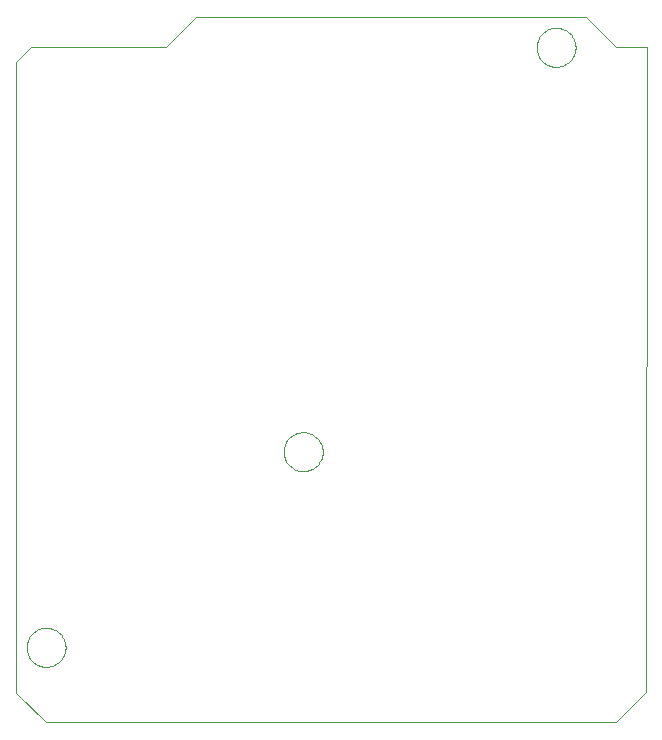
<source format=gtp>
G75*
G70*
%OFA0B0*%
%FSLAX24Y24*%
%IPPOS*%
%LPD*%
%AMOC8*
5,1,8,0,0,1.08239X$1,22.5*
%
%ADD10C,0.0000*%
D10*
X000500Y007222D02*
X001500Y006252D01*
X020500Y006252D01*
X021500Y007252D01*
X021520Y028748D01*
X020504Y028748D01*
X019500Y029752D01*
X006500Y029752D01*
X005500Y028752D01*
X001000Y028752D01*
X000490Y028248D01*
X000500Y007222D01*
X000850Y008752D02*
X000852Y008802D01*
X000858Y008852D01*
X000868Y008902D01*
X000881Y008950D01*
X000898Y008998D01*
X000919Y009044D01*
X000943Y009088D01*
X000971Y009130D01*
X001002Y009170D01*
X001036Y009207D01*
X001073Y009242D01*
X001112Y009273D01*
X001153Y009302D01*
X001197Y009327D01*
X001243Y009349D01*
X001290Y009367D01*
X001338Y009381D01*
X001387Y009392D01*
X001437Y009399D01*
X001487Y009402D01*
X001538Y009401D01*
X001588Y009396D01*
X001638Y009387D01*
X001686Y009375D01*
X001734Y009358D01*
X001780Y009338D01*
X001825Y009315D01*
X001868Y009288D01*
X001908Y009258D01*
X001946Y009225D01*
X001981Y009189D01*
X002014Y009150D01*
X002043Y009109D01*
X002069Y009066D01*
X002092Y009021D01*
X002111Y008974D01*
X002126Y008926D01*
X002138Y008877D01*
X002146Y008827D01*
X002150Y008777D01*
X002150Y008727D01*
X002146Y008677D01*
X002138Y008627D01*
X002126Y008578D01*
X002111Y008530D01*
X002092Y008483D01*
X002069Y008438D01*
X002043Y008395D01*
X002014Y008354D01*
X001981Y008315D01*
X001946Y008279D01*
X001908Y008246D01*
X001868Y008216D01*
X001825Y008189D01*
X001780Y008166D01*
X001734Y008146D01*
X001686Y008129D01*
X001638Y008117D01*
X001588Y008108D01*
X001538Y008103D01*
X001487Y008102D01*
X001437Y008105D01*
X001387Y008112D01*
X001338Y008123D01*
X001290Y008137D01*
X001243Y008155D01*
X001197Y008177D01*
X001153Y008202D01*
X001112Y008231D01*
X001073Y008262D01*
X001036Y008297D01*
X001002Y008334D01*
X000971Y008374D01*
X000943Y008416D01*
X000919Y008460D01*
X000898Y008506D01*
X000881Y008554D01*
X000868Y008602D01*
X000858Y008652D01*
X000852Y008702D01*
X000850Y008752D01*
X009420Y015272D02*
X009422Y015322D01*
X009428Y015372D01*
X009438Y015422D01*
X009451Y015470D01*
X009468Y015518D01*
X009489Y015564D01*
X009513Y015608D01*
X009541Y015650D01*
X009572Y015690D01*
X009606Y015727D01*
X009643Y015762D01*
X009682Y015793D01*
X009723Y015822D01*
X009767Y015847D01*
X009813Y015869D01*
X009860Y015887D01*
X009908Y015901D01*
X009957Y015912D01*
X010007Y015919D01*
X010057Y015922D01*
X010108Y015921D01*
X010158Y015916D01*
X010208Y015907D01*
X010256Y015895D01*
X010304Y015878D01*
X010350Y015858D01*
X010395Y015835D01*
X010438Y015808D01*
X010478Y015778D01*
X010516Y015745D01*
X010551Y015709D01*
X010584Y015670D01*
X010613Y015629D01*
X010639Y015586D01*
X010662Y015541D01*
X010681Y015494D01*
X010696Y015446D01*
X010708Y015397D01*
X010716Y015347D01*
X010720Y015297D01*
X010720Y015247D01*
X010716Y015197D01*
X010708Y015147D01*
X010696Y015098D01*
X010681Y015050D01*
X010662Y015003D01*
X010639Y014958D01*
X010613Y014915D01*
X010584Y014874D01*
X010551Y014835D01*
X010516Y014799D01*
X010478Y014766D01*
X010438Y014736D01*
X010395Y014709D01*
X010350Y014686D01*
X010304Y014666D01*
X010256Y014649D01*
X010208Y014637D01*
X010158Y014628D01*
X010108Y014623D01*
X010057Y014622D01*
X010007Y014625D01*
X009957Y014632D01*
X009908Y014643D01*
X009860Y014657D01*
X009813Y014675D01*
X009767Y014697D01*
X009723Y014722D01*
X009682Y014751D01*
X009643Y014782D01*
X009606Y014817D01*
X009572Y014854D01*
X009541Y014894D01*
X009513Y014936D01*
X009489Y014980D01*
X009468Y015026D01*
X009451Y015074D01*
X009438Y015122D01*
X009428Y015172D01*
X009422Y015222D01*
X009420Y015272D01*
X017850Y028752D02*
X017852Y028802D01*
X017858Y028852D01*
X017868Y028902D01*
X017881Y028950D01*
X017898Y028998D01*
X017919Y029044D01*
X017943Y029088D01*
X017971Y029130D01*
X018002Y029170D01*
X018036Y029207D01*
X018073Y029242D01*
X018112Y029273D01*
X018153Y029302D01*
X018197Y029327D01*
X018243Y029349D01*
X018290Y029367D01*
X018338Y029381D01*
X018387Y029392D01*
X018437Y029399D01*
X018487Y029402D01*
X018538Y029401D01*
X018588Y029396D01*
X018638Y029387D01*
X018686Y029375D01*
X018734Y029358D01*
X018780Y029338D01*
X018825Y029315D01*
X018868Y029288D01*
X018908Y029258D01*
X018946Y029225D01*
X018981Y029189D01*
X019014Y029150D01*
X019043Y029109D01*
X019069Y029066D01*
X019092Y029021D01*
X019111Y028974D01*
X019126Y028926D01*
X019138Y028877D01*
X019146Y028827D01*
X019150Y028777D01*
X019150Y028727D01*
X019146Y028677D01*
X019138Y028627D01*
X019126Y028578D01*
X019111Y028530D01*
X019092Y028483D01*
X019069Y028438D01*
X019043Y028395D01*
X019014Y028354D01*
X018981Y028315D01*
X018946Y028279D01*
X018908Y028246D01*
X018868Y028216D01*
X018825Y028189D01*
X018780Y028166D01*
X018734Y028146D01*
X018686Y028129D01*
X018638Y028117D01*
X018588Y028108D01*
X018538Y028103D01*
X018487Y028102D01*
X018437Y028105D01*
X018387Y028112D01*
X018338Y028123D01*
X018290Y028137D01*
X018243Y028155D01*
X018197Y028177D01*
X018153Y028202D01*
X018112Y028231D01*
X018073Y028262D01*
X018036Y028297D01*
X018002Y028334D01*
X017971Y028374D01*
X017943Y028416D01*
X017919Y028460D01*
X017898Y028506D01*
X017881Y028554D01*
X017868Y028602D01*
X017858Y028652D01*
X017852Y028702D01*
X017850Y028752D01*
M02*

</source>
